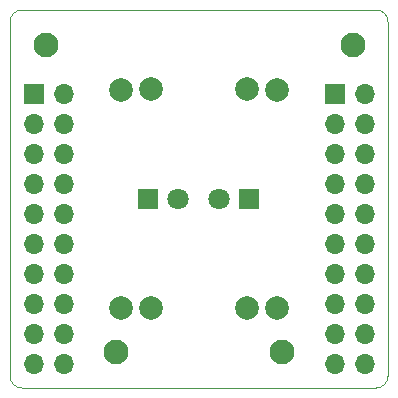
<source format=gbr>
%TF.GenerationSoftware,KiCad,Pcbnew,(5.99.0-3309-g5424d6fa0)*%
%TF.CreationDate,2020-10-07T16:53:38+02:00*%
%TF.ProjectId,ehz-adapter-v2,65687a2d-6164-4617-9074-65722d76322e,rev?*%
%TF.SameCoordinates,Original*%
%TF.FileFunction,Soldermask,Bot*%
%TF.FilePolarity,Negative*%
%FSLAX46Y46*%
G04 Gerber Fmt 4.6, Leading zero omitted, Abs format (unit mm)*
G04 Created by KiCad (PCBNEW (5.99.0-3309-g5424d6fa0)) date 2020-10-07 16:53:38*
%MOMM*%
%LPD*%
G01*
G04 APERTURE LIST*
%TA.AperFunction,Profile*%
%ADD10C,0.100000*%
%TD*%
%ADD11C,2.100000*%
%ADD12C,2.000000*%
%ADD13R,1.700000X1.700000*%
%ADD14O,1.700000X1.700000*%
%ADD15R,1.800000X1.800000*%
%ADD16C,1.800000*%
G04 APERTURE END LIST*
D10*
X40000000Y-39000000D02*
G75*
G03*
X39000000Y-40000000I0J-1000000D01*
G01*
X40000000Y-39000000D02*
X70000000Y-39000000D01*
X71000000Y-40000000D02*
X71000000Y-70000000D01*
X39000000Y-70000000D02*
X39000000Y-40000000D01*
X71000000Y-40000000D02*
G75*
G03*
X70000000Y-39000000I-1000000J0D01*
G01*
X39000000Y-70000000D02*
G75*
G03*
X40000000Y-71000000I1000000J0D01*
G01*
X70000000Y-71000000D02*
X40000000Y-71000000D01*
X70000000Y-71000000D02*
G75*
G03*
X71000000Y-70000000I0J1000000D01*
G01*
D11*
X62000000Y-68000000D03*
X48000000Y-68000000D03*
X42000000Y-42000000D03*
D12*
X48396000Y-64194800D03*
X50936000Y-64271000D03*
X59064000Y-64271000D03*
X61604000Y-64194800D03*
X48396000Y-45754400D03*
X50936000Y-45729000D03*
X59064000Y-45729000D03*
X61604000Y-45754400D03*
D11*
X68000000Y-42000000D03*
D13*
X41000000Y-46140000D03*
D14*
X43540000Y-46140000D03*
X41000000Y-48680000D03*
X43540000Y-48680000D03*
X41000000Y-51220000D03*
X43540000Y-51220000D03*
X41000000Y-53760000D03*
X43540000Y-53760000D03*
X41000000Y-56300000D03*
X43540000Y-56300000D03*
X41000000Y-58840000D03*
X43540000Y-58840000D03*
X41000000Y-61380000D03*
X43540000Y-61380000D03*
X41000000Y-63920000D03*
X43540000Y-63920000D03*
X41000000Y-66460000D03*
X43540000Y-66460000D03*
X41000000Y-69000000D03*
X43540000Y-69000000D03*
D13*
X66500000Y-46140000D03*
D14*
X69040000Y-46140000D03*
X66500000Y-48680000D03*
X69040000Y-48680000D03*
X66500000Y-51220000D03*
X69040000Y-51220000D03*
X66500000Y-53760000D03*
X69040000Y-53760000D03*
X66500000Y-56300000D03*
X69040000Y-56300000D03*
X66500000Y-58840000D03*
X69040000Y-58840000D03*
X66500000Y-61380000D03*
X69040000Y-61380000D03*
X66500000Y-63920000D03*
X69040000Y-63920000D03*
X66500000Y-66460000D03*
X69040000Y-66460000D03*
X66500000Y-69000000D03*
X69040000Y-69000000D03*
D15*
X59265000Y-55000000D03*
D16*
X56725000Y-55000000D03*
D15*
X50700000Y-55000000D03*
D16*
X53240000Y-55000000D03*
M02*

</source>
